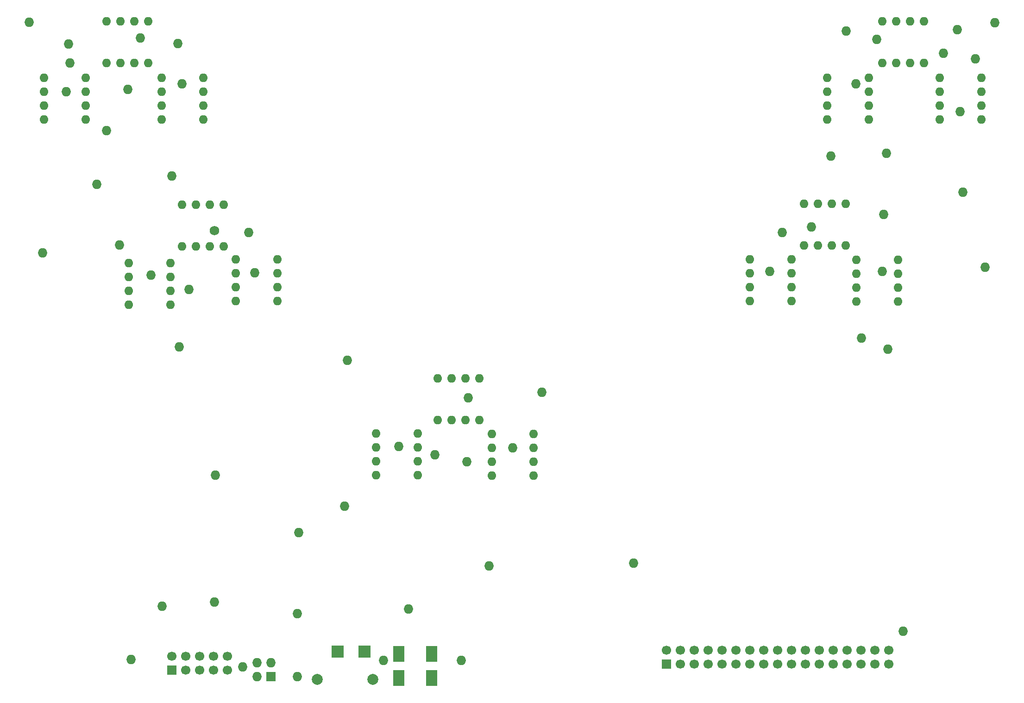
<source format=gts>
G04 #@! TF.FileFunction,Soldermask,Top*
%FSLAX46Y46*%
G04 Gerber Fmt 4.6, Leading zero omitted, Abs format (unit mm)*
G04 Created by KiCad (PCBNEW 4.0.5) date 2017 January 05, Thursday 14:50:11*
%MOMM*%
%LPD*%
G01*
G04 APERTURE LIST*
%ADD10C,0.150000*%
%ADD11O,1.727200X1.727200*%
%ADD12R,1.700000X1.700000*%
%ADD13C,1.700000*%
%ADD14C,1.727200*%
%ADD15O,1.600000X1.600000*%
%ADD16R,2.235200X2.235200*%
%ADD17C,1.998980*%
%ADD18R,1.998980X2.999740*%
%ADD19R,1.727200X1.727200*%
G04 APERTURE END LIST*
D10*
D11*
X160540000Y-205190000D03*
X121530000Y-87290000D03*
X124000000Y-129450000D03*
X277506000Y-132868000D03*
X272680000Y-98578000D03*
X294524000Y-94006000D03*
X298080000Y-87402000D03*
X288682000Y-92990000D03*
X264552000Y-124740000D03*
X201814000Y-155982000D03*
X189114000Y-164872000D03*
X141870000Y-90196000D03*
X155450000Y-193290000D03*
X292238000Y-118390000D03*
X278268000Y-111278000D03*
X128970000Y-94770000D03*
X170560000Y-195450000D03*
D12*
X238020000Y-204670000D03*
D13*
X238020000Y-202130000D03*
X240560000Y-204670000D03*
X240560000Y-202130000D03*
X243100000Y-204670000D03*
X243100000Y-202130000D03*
X245640000Y-204670000D03*
X245640000Y-202130000D03*
X248180000Y-204670000D03*
X248180000Y-202130000D03*
X250720000Y-204670000D03*
X250720000Y-202130000D03*
X253260000Y-204670000D03*
X253260000Y-202130000D03*
X255800000Y-204670000D03*
X255800000Y-202130000D03*
X258340000Y-204670000D03*
X258340000Y-202130000D03*
X260880000Y-204670000D03*
X260880000Y-202130000D03*
X263420000Y-204670000D03*
X263420000Y-202130000D03*
X265960000Y-204670000D03*
X265960000Y-202130000D03*
X268500000Y-204670000D03*
X268500000Y-202130000D03*
X271040000Y-204670000D03*
X271040000Y-202130000D03*
X273580000Y-204670000D03*
X273580000Y-202130000D03*
X276120000Y-204670000D03*
X276120000Y-202130000D03*
X278660000Y-204670000D03*
X278660000Y-202130000D03*
D11*
X139584000Y-99594000D03*
X128750000Y-91310000D03*
X128300000Y-99970000D03*
X148728000Y-91212000D03*
X133890000Y-116930000D03*
X135650000Y-107120000D03*
X148980000Y-146630000D03*
X209942000Y-165126000D03*
D14*
X155400000Y-125450000D03*
D11*
X147630000Y-115390000D03*
X140210000Y-203840000D03*
X190892000Y-194590000D03*
X186320000Y-203988000D03*
X291222000Y-88672000D03*
X281316000Y-198654000D03*
X270902000Y-88926000D03*
X259218000Y-125756000D03*
X276490000Y-90450000D03*
X291730000Y-103658000D03*
X296302000Y-132106000D03*
X278522000Y-147092000D03*
X256932000Y-132868000D03*
X268108000Y-111786000D03*
X273696000Y-145060000D03*
X277760000Y-122454000D03*
X215276000Y-154966000D03*
X200530000Y-203960000D03*
X205624000Y-186716000D03*
X170826000Y-180620000D03*
X179208000Y-175794000D03*
X232040000Y-186208000D03*
X195718000Y-166396000D03*
X145800000Y-194060000D03*
X170530000Y-206940000D03*
X179716000Y-149124000D03*
X161682000Y-125756000D03*
X155570000Y-170150000D03*
X150760000Y-136170000D03*
X201560000Y-167666000D03*
X149490000Y-98578000D03*
X138060000Y-128042000D03*
X162744000Y-133142000D03*
X143780000Y-133500000D03*
D15*
X143330000Y-87100000D03*
X140790000Y-87100000D03*
X138250000Y-87100000D03*
X135710000Y-87100000D03*
X135710000Y-94720000D03*
X138250000Y-94720000D03*
X140790000Y-94720000D03*
X143330000Y-94720000D03*
D16*
X177950000Y-202410000D03*
X182830000Y-202410000D03*
D12*
X147650000Y-205750000D03*
D13*
X147650000Y-203210000D03*
X150190000Y-205750000D03*
X150190000Y-203210000D03*
X152730000Y-205750000D03*
X152730000Y-203210000D03*
X155270000Y-205750000D03*
X155270000Y-203210000D03*
X157810000Y-205750000D03*
X157810000Y-203210000D03*
D17*
X184330000Y-207420000D03*
X174170000Y-207420000D03*
D15*
X145730000Y-97460000D03*
X145730000Y-100000000D03*
X145730000Y-102540000D03*
X145730000Y-105080000D03*
X153350000Y-105080000D03*
X153350000Y-102540000D03*
X153350000Y-100000000D03*
X153350000Y-97460000D03*
X157090000Y-120640000D03*
X154550000Y-120640000D03*
X152010000Y-120640000D03*
X149470000Y-120640000D03*
X149470000Y-128260000D03*
X152010000Y-128260000D03*
X154550000Y-128260000D03*
X157090000Y-128260000D03*
X159310000Y-130680000D03*
X159310000Y-133220000D03*
X159310000Y-135760000D03*
X159310000Y-138300000D03*
X166930000Y-138300000D03*
X166930000Y-135760000D03*
X166930000Y-133220000D03*
X166930000Y-130680000D03*
X203850000Y-152380000D03*
X201310000Y-152380000D03*
X198770000Y-152380000D03*
X196230000Y-152380000D03*
X196230000Y-160000000D03*
X198770000Y-160000000D03*
X201310000Y-160000000D03*
X203850000Y-160000000D03*
X206150000Y-162540000D03*
X206150000Y-165080000D03*
X206150000Y-167620000D03*
X206150000Y-170160000D03*
X213770000Y-170160000D03*
X213770000Y-167620000D03*
X213770000Y-165080000D03*
X213770000Y-162540000D03*
X253280000Y-130680000D03*
X253280000Y-133220000D03*
X253280000Y-135760000D03*
X253280000Y-138300000D03*
X260900000Y-138300000D03*
X260900000Y-135760000D03*
X260900000Y-133220000D03*
X260900000Y-130680000D03*
X263230000Y-128100000D03*
X265770000Y-128100000D03*
X268310000Y-128100000D03*
X270850000Y-128100000D03*
X270850000Y-120480000D03*
X268310000Y-120480000D03*
X265770000Y-120480000D03*
X263230000Y-120480000D03*
X267440000Y-97450000D03*
X267440000Y-99990000D03*
X267440000Y-102530000D03*
X267440000Y-105070000D03*
X275060000Y-105070000D03*
X275060000Y-102530000D03*
X275060000Y-99990000D03*
X275060000Y-97450000D03*
X277500000Y-94740000D03*
X280040000Y-94740000D03*
X282580000Y-94740000D03*
X285120000Y-94740000D03*
X285120000Y-87120000D03*
X282580000Y-87120000D03*
X280040000Y-87120000D03*
X277500000Y-87120000D03*
D18*
X189080560Y-202830000D03*
X195080040Y-202830000D03*
X189080260Y-207210000D03*
X195079740Y-207210000D03*
D15*
X124280000Y-97460000D03*
X124280000Y-100000000D03*
X124280000Y-102540000D03*
X124280000Y-105080000D03*
X131900000Y-105080000D03*
X131900000Y-102540000D03*
X131900000Y-100000000D03*
X131900000Y-97460000D03*
X139710000Y-131350000D03*
X139710000Y-133890000D03*
X139710000Y-136430000D03*
X139710000Y-138970000D03*
X147330000Y-138970000D03*
X147330000Y-136430000D03*
X147330000Y-133890000D03*
X147330000Y-131350000D03*
X185000000Y-162510000D03*
X185000000Y-165050000D03*
X185000000Y-167590000D03*
X185000000Y-170130000D03*
X192620000Y-170130000D03*
X192620000Y-167590000D03*
X192620000Y-165050000D03*
X192620000Y-162510000D03*
X280340000Y-138380000D03*
X280340000Y-135840000D03*
X280340000Y-133300000D03*
X280340000Y-130760000D03*
X272720000Y-130760000D03*
X272720000Y-133300000D03*
X272720000Y-135840000D03*
X272720000Y-138380000D03*
X295610000Y-105050000D03*
X295610000Y-102510000D03*
X295610000Y-99970000D03*
X295610000Y-97430000D03*
X287990000Y-97430000D03*
X287990000Y-99970000D03*
X287990000Y-102510000D03*
X287990000Y-105050000D03*
D19*
X165770000Y-206920000D03*
D11*
X165770000Y-204380000D03*
X163230000Y-206920000D03*
X163230000Y-204380000D03*
M02*

</source>
